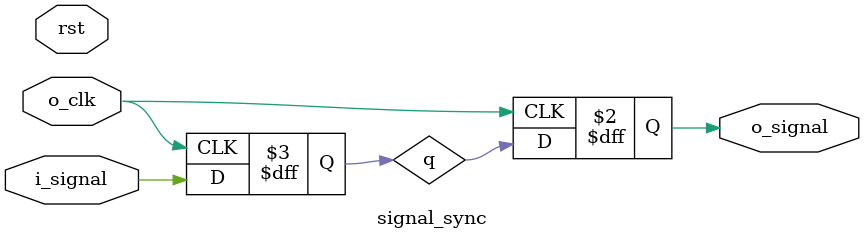
<source format=v>
/***************************************************************************************************
 * Module: signal_sync
 *
 * Description: Synchronizers a signal from a slow clock domain to a fast clock domain using a
                Dual Flip-Flop.
 *
 * Test bench: tester_signal_sync.v
 *
 * Time-stamp: Thu 29 Oct 2009 17:32:27 EDT
 *
 * Author: Berin Martini // berin.martini@gmail.com
 * http://www.sunburst-design.com/papers/CummingsSNUG2008Boston_CDC.pdf (p. 49)
 **************************************************************************************************/
`ifndef _signal_sync_ `define _signal_sync_

module signal_sync
  #(parameter
    USE_RESET = 0)
   (input       o_clk,
    input       rst,
    input       i_signal,
    output reg  o_signal);

    reg q;

    generate
        if (USE_RESET) begin

            always @(posedge o_clk)
                if (rst)    {o_signal, q} <= 'b0;
                else        {o_signal, q} <= {q, i_signal};

        end
        else begin

            always @(posedge o_clk)
                {o_signal, q} <= {q, i_signal};

        end
    endgenerate


endmodule

`endif //  `ifndef _signal_sync_

</source>
